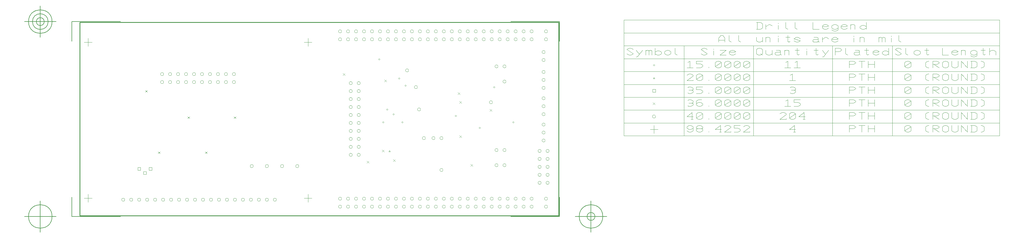
<source format=gbr>
G04 Generated by Ultiboard 13.0 *
%FSLAX24Y24*%
%MOIN*%

%ADD10C,0.0001*%
%ADD11C,0.0039*%
%ADD12C,0.0004*%
%ADD13C,0.0100*%
%ADD14C,0.0050*%


G04 ColorRGB 000000 for the following layer *
%LNDrill Symbols-Copper Top-Copper Bottom*%
%LPD*%
G54D11*
X-28100Y-17192D02*
X-28100Y-16208D01*
X-28592Y-16700D02*
X-27608Y-16700D01*
X-541Y-17192D02*
X-541Y-16208D01*
X-1033Y-16700D02*
X-49Y-16700D01*
X-28100Y2375D02*
X-28100Y3359D01*
X-28592Y2867D02*
X-27608Y2867D01*
X-541Y2375D02*
X-541Y3359D01*
X-1033Y2867D02*
X-49Y2867D01*
X-15891Y-16897D02*
G75*
D01*
G02X-15891Y-16897I200J0*
G01*
X-14891Y-16897D02*
G75*
D01*
G02X-14891Y-16897I200J0*
G01*
X-13891Y-16897D02*
G75*
D01*
G02X-13891Y-16897I200J0*
G01*
X-12891Y-16897D02*
G75*
D01*
G02X-12891Y-16897I200J0*
G01*
X-11891Y-16897D02*
G75*
D01*
G02X-11891Y-16897I200J0*
G01*
X-10891Y-16897D02*
G75*
D01*
G02X-10891Y-16897I200J0*
G01*
X-9891Y-16897D02*
G75*
D01*
G02X-9891Y-16897I200J0*
G01*
X-8891Y-16897D02*
G75*
D01*
G02X-8891Y-16897I200J0*
G01*
X-7891Y-16897D02*
G75*
D01*
G02X-7891Y-16897I200J0*
G01*
X-6891Y-16897D02*
G75*
D01*
G02X-6891Y-16897I200J0*
G01*
X-5891Y-16897D02*
G75*
D01*
G02X-5891Y-16897I200J0*
G01*
X-4891Y-16897D02*
G75*
D01*
G02X-4891Y-16897I200J0*
G01*
X-22891Y-16897D02*
G75*
D01*
G02X-22891Y-16897I200J0*
G01*
X-16891Y-16897D02*
G75*
D01*
G02X-16891Y-16897I200J0*
G01*
X-23891Y-16897D02*
G75*
D01*
G02X-23891Y-16897I200J0*
G01*
X-19891Y-16897D02*
G75*
D01*
G02X-19891Y-16897I200J0*
G01*
X-21891Y-16897D02*
G75*
D01*
G02X-21891Y-16897I200J0*
G01*
X-20891Y-16897D02*
G75*
D01*
G02X-20891Y-16897I200J0*
G01*
X-17891Y-16897D02*
G75*
D01*
G02X-17891Y-16897I200J0*
G01*
X-18891Y-16897D02*
G75*
D01*
G02X-18891Y-16897I200J0*
G01*
X-7784Y-12681D02*
G75*
D01*
G02X-7784Y-12681I200J0*
G01*
X-5884Y-12681D02*
G75*
D01*
G02X-5884Y-12681I200J0*
G01*
X-3984Y-12681D02*
G75*
D01*
G02X-3984Y-12681I200J0*
G01*
X-2084Y-12681D02*
G75*
D01*
G02X-2084Y-12681I200J0*
G01*
X-16021Y-2138D02*
G75*
D01*
G02X-16021Y-2138I200J0*
G01*
X-15021Y-2138D02*
G75*
D01*
G02X-15021Y-2138I200J0*
G01*
X-14021Y-2138D02*
G75*
D01*
G02X-14021Y-2138I200J0*
G01*
X-13021Y-2138D02*
G75*
D01*
G02X-13021Y-2138I200J0*
G01*
X-12021Y-2138D02*
G75*
D01*
G02X-12021Y-2138I200J0*
G01*
X-11021Y-2138D02*
G75*
D01*
G02X-11021Y-2138I200J0*
G01*
X-10021Y-2138D02*
G75*
D01*
G02X-10021Y-2138I200J0*
G01*
X-18021Y-2138D02*
G75*
D01*
G02X-18021Y-2138I200J0*
G01*
X-10021Y-1138D02*
G75*
D01*
G02X-10021Y-1138I200J0*
G01*
X-13021Y-1138D02*
G75*
D01*
G02X-13021Y-1138I200J0*
G01*
X-12021Y-1138D02*
G75*
D01*
G02X-12021Y-1138I200J0*
G01*
X-11021Y-1138D02*
G75*
D01*
G02X-11021Y-1138I200J0*
G01*
X-15021Y-1138D02*
G75*
D01*
G02X-15021Y-1138I200J0*
G01*
X-14021Y-1138D02*
G75*
D01*
G02X-14021Y-1138I200J0*
G01*
X-16021Y-1138D02*
G75*
D01*
G02X-16021Y-1138I200J0*
G01*
X-18021Y-1138D02*
G75*
D01*
G02X-18021Y-1138I200J0*
G01*
X-17021Y-1138D02*
G75*
D01*
G02X-17021Y-1138I200J0*
G01*
X-19021Y-1138D02*
G75*
D01*
G02X-19021Y-1138I200J0*
G01*
X-17021Y-2138D02*
G75*
D01*
G02X-17021Y-2138I200J0*
G01*
X-19021Y-2138D02*
G75*
D01*
G02X-19021Y-2138I200J0*
G01*
X3280Y-16767D02*
G75*
D01*
G02X3280Y-16767I200J0*
G01*
X3280Y-17767D02*
G75*
D01*
G02X3280Y-17767I200J0*
G01*
X4280Y-16767D02*
G75*
D01*
G02X4280Y-16767I200J0*
G01*
X4280Y-17767D02*
G75*
D01*
G02X4280Y-17767I200J0*
G01*
X5280Y-16767D02*
G75*
D01*
G02X5280Y-16767I200J0*
G01*
X5280Y-17767D02*
G75*
D01*
G02X5280Y-17767I200J0*
G01*
X6280Y-16767D02*
G75*
D01*
G02X6280Y-16767I200J0*
G01*
X6280Y-17767D02*
G75*
D01*
G02X6280Y-17767I200J0*
G01*
X7280Y-16767D02*
G75*
D01*
G02X7280Y-16767I200J0*
G01*
X7280Y-17767D02*
G75*
D01*
G02X7280Y-17767I200J0*
G01*
X12280Y-17767D02*
G75*
D01*
G02X12280Y-17767I200J0*
G01*
X12280Y-16767D02*
G75*
D01*
G02X12280Y-16767I200J0*
G01*
X9280Y-17767D02*
G75*
D01*
G02X9280Y-17767I200J0*
G01*
X8280Y-17767D02*
G75*
D01*
G02X8280Y-17767I200J0*
G01*
X10280Y-17767D02*
G75*
D01*
G02X10280Y-17767I200J0*
G01*
X11280Y-17767D02*
G75*
D01*
G02X11280Y-17767I200J0*
G01*
X9280Y-16767D02*
G75*
D01*
G02X9280Y-16767I200J0*
G01*
X8280Y-16767D02*
G75*
D01*
G02X8280Y-16767I200J0*
G01*
X11280Y-16767D02*
G75*
D01*
G02X11280Y-16767I200J0*
G01*
X10280Y-16767D02*
G75*
D01*
G02X10280Y-16767I200J0*
G01*
X25280Y-17767D02*
G75*
D01*
G02X25280Y-17767I200J0*
G01*
X25280Y-16767D02*
G75*
D01*
G02X25280Y-16767I200J0*
G01*
X19280Y-17767D02*
G75*
D01*
G02X19280Y-17767I200J0*
G01*
X19280Y-16767D02*
G75*
D01*
G02X19280Y-16767I200J0*
G01*
X18280Y-17767D02*
G75*
D01*
G02X18280Y-17767I200J0*
G01*
X15280Y-17767D02*
G75*
D01*
G02X15280Y-17767I200J0*
G01*
X13280Y-17767D02*
G75*
D01*
G02X13280Y-17767I200J0*
G01*
X14280Y-17767D02*
G75*
D01*
G02X14280Y-17767I200J0*
G01*
X17280Y-17767D02*
G75*
D01*
G02X17280Y-17767I200J0*
G01*
X16280Y-17767D02*
G75*
D01*
G02X16280Y-17767I200J0*
G01*
X14280Y-16767D02*
G75*
D01*
G02X14280Y-16767I200J0*
G01*
X13280Y-16767D02*
G75*
D01*
G02X13280Y-16767I200J0*
G01*
X15280Y-16767D02*
G75*
D01*
G02X15280Y-16767I200J0*
G01*
X17280Y-16767D02*
G75*
D01*
G02X17280Y-16767I200J0*
G01*
X16280Y-16767D02*
G75*
D01*
G02X16280Y-16767I200J0*
G01*
X18280Y-16767D02*
G75*
D01*
G02X18280Y-16767I200J0*
G01*
X21280Y-17767D02*
G75*
D01*
G02X21280Y-17767I200J0*
G01*
X20280Y-17767D02*
G75*
D01*
G02X20280Y-17767I200J0*
G01*
X23280Y-17767D02*
G75*
D01*
G02X23280Y-17767I200J0*
G01*
X22280Y-17767D02*
G75*
D01*
G02X22280Y-17767I200J0*
G01*
X24280Y-17767D02*
G75*
D01*
G02X24280Y-17767I200J0*
G01*
X22280Y-16767D02*
G75*
D01*
G02X22280Y-16767I200J0*
G01*
X20280Y-16767D02*
G75*
D01*
G02X20280Y-16767I200J0*
G01*
X21280Y-16767D02*
G75*
D01*
G02X21280Y-16767I200J0*
G01*
X23280Y-16767D02*
G75*
D01*
G02X23280Y-16767I200J0*
G01*
X24280Y-16767D02*
G75*
D01*
G02X24280Y-16767I200J0*
G01*
X26280Y-17767D02*
G75*
D01*
G02X26280Y-17767I200J0*
G01*
X27280Y-17767D02*
G75*
D01*
G02X27280Y-17767I200J0*
G01*
X26280Y-16767D02*
G75*
D01*
G02X26280Y-16767I200J0*
G01*
X27280Y-16767D02*
G75*
D01*
G02X27280Y-16767I200J0*
G01*
X29080Y-16767D02*
G75*
D01*
G02X29080Y-16767I200J0*
G01*
X29080Y-17767D02*
G75*
D01*
G02X29080Y-17767I200J0*
G01*
X5620Y-11267D02*
G75*
D01*
G02X5620Y-11267I200J0*
G01*
X5620Y-8267D02*
G75*
D01*
G02X5620Y-8267I200J0*
G01*
X5620Y-9267D02*
G75*
D01*
G02X5620Y-9267I200J0*
G01*
X5620Y-10267D02*
G75*
D01*
G02X5620Y-10267I200J0*
G01*
X5620Y-6267D02*
G75*
D01*
G02X5620Y-6267I200J0*
G01*
X5620Y-7267D02*
G75*
D01*
G02X5620Y-7267I200J0*
G01*
X5620Y-5267D02*
G75*
D01*
G02X5620Y-5267I200J0*
G01*
X4620Y-11267D02*
G75*
D01*
G02X4620Y-11267I200J0*
G01*
X4620Y-8267D02*
G75*
D01*
G02X4620Y-8267I200J0*
G01*
X4620Y-9267D02*
G75*
D01*
G02X4620Y-9267I200J0*
G01*
X4620Y-10267D02*
G75*
D01*
G02X4620Y-10267I200J0*
G01*
X4620Y-6267D02*
G75*
D01*
G02X4620Y-6267I200J0*
G01*
X4620Y-7267D02*
G75*
D01*
G02X4620Y-7267I200J0*
G01*
X4620Y-5267D02*
G75*
D01*
G02X4620Y-5267I200J0*
G01*
X5620Y-3267D02*
G75*
D01*
G02X5620Y-3267I200J0*
G01*
X5620Y-4267D02*
G75*
D01*
G02X5620Y-4267I200J0*
G01*
X5620Y-2267D02*
G75*
D01*
G02X5620Y-2267I200J0*
G01*
X4620Y-3267D02*
G75*
D01*
G02X4620Y-3267I200J0*
G01*
X4620Y-4267D02*
G75*
D01*
G02X4620Y-4267I200J0*
G01*
X4620Y-2267D02*
G75*
D01*
G02X4620Y-2267I200J0*
G01*
X12280Y3233D02*
G75*
D01*
G02X12280Y3233I200J0*
G01*
X12280Y4233D02*
G75*
D01*
G02X12280Y4233I200J0*
G01*
X6280Y3233D02*
G75*
D01*
G02X6280Y3233I200J0*
G01*
X6280Y4233D02*
G75*
D01*
G02X6280Y4233I200J0*
G01*
X4280Y3233D02*
G75*
D01*
G02X4280Y3233I200J0*
G01*
X3280Y3233D02*
G75*
D01*
G02X3280Y3233I200J0*
G01*
X5280Y3233D02*
G75*
D01*
G02X5280Y3233I200J0*
G01*
X3280Y4233D02*
G75*
D01*
G02X3280Y4233I200J0*
G01*
X4280Y4233D02*
G75*
D01*
G02X4280Y4233I200J0*
G01*
X5280Y4233D02*
G75*
D01*
G02X5280Y4233I200J0*
G01*
X9280Y3233D02*
G75*
D01*
G02X9280Y3233I200J0*
G01*
X7280Y3233D02*
G75*
D01*
G02X7280Y3233I200J0*
G01*
X8280Y3233D02*
G75*
D01*
G02X8280Y3233I200J0*
G01*
X10280Y3233D02*
G75*
D01*
G02X10280Y3233I200J0*
G01*
X11280Y3233D02*
G75*
D01*
G02X11280Y3233I200J0*
G01*
X9280Y4233D02*
G75*
D01*
G02X9280Y4233I200J0*
G01*
X8280Y4233D02*
G75*
D01*
G02X8280Y4233I200J0*
G01*
X7280Y4233D02*
G75*
D01*
G02X7280Y4233I200J0*
G01*
X11280Y4233D02*
G75*
D01*
G02X11280Y4233I200J0*
G01*
X10280Y4233D02*
G75*
D01*
G02X10280Y4233I200J0*
G01*
X25280Y3233D02*
G75*
D01*
G02X25280Y3233I200J0*
G01*
X25280Y4233D02*
G75*
D01*
G02X25280Y4233I200J0*
G01*
X19280Y3233D02*
G75*
D01*
G02X19280Y3233I200J0*
G01*
X19280Y4233D02*
G75*
D01*
G02X19280Y4233I200J0*
G01*
X18280Y3233D02*
G75*
D01*
G02X18280Y3233I200J0*
G01*
X15280Y3233D02*
G75*
D01*
G02X15280Y3233I200J0*
G01*
X13280Y3233D02*
G75*
D01*
G02X13280Y3233I200J0*
G01*
X14280Y3233D02*
G75*
D01*
G02X14280Y3233I200J0*
G01*
X17280Y3233D02*
G75*
D01*
G02X17280Y3233I200J0*
G01*
X16280Y3233D02*
G75*
D01*
G02X16280Y3233I200J0*
G01*
X14280Y4233D02*
G75*
D01*
G02X14280Y4233I200J0*
G01*
X13280Y4233D02*
G75*
D01*
G02X13280Y4233I200J0*
G01*
X15280Y4233D02*
G75*
D01*
G02X15280Y4233I200J0*
G01*
X17280Y4233D02*
G75*
D01*
G02X17280Y4233I200J0*
G01*
X16280Y4233D02*
G75*
D01*
G02X16280Y4233I200J0*
G01*
X18280Y4233D02*
G75*
D01*
G02X18280Y4233I200J0*
G01*
X21280Y3233D02*
G75*
D01*
G02X21280Y3233I200J0*
G01*
X20280Y3233D02*
G75*
D01*
G02X20280Y3233I200J0*
G01*
X23280Y3233D02*
G75*
D01*
G02X23280Y3233I200J0*
G01*
X22280Y3233D02*
G75*
D01*
G02X22280Y3233I200J0*
G01*
X24280Y3233D02*
G75*
D01*
G02X24280Y3233I200J0*
G01*
X22280Y4233D02*
G75*
D01*
G02X22280Y4233I200J0*
G01*
X20280Y4233D02*
G75*
D01*
G02X20280Y4233I200J0*
G01*
X21280Y4233D02*
G75*
D01*
G02X21280Y4233I200J0*
G01*
X23280Y4233D02*
G75*
D01*
G02X23280Y4233I200J0*
G01*
X24280Y4233D02*
G75*
D01*
G02X24280Y4233I200J0*
G01*
X26280Y3233D02*
G75*
D01*
G02X26280Y3233I200J0*
G01*
X27280Y3233D02*
G75*
D01*
G02X27280Y3233I200J0*
G01*
X26280Y4233D02*
G75*
D01*
G02X26280Y4233I200J0*
G01*
X27280Y4233D02*
G75*
D01*
G02X27280Y4233I200J0*
G01*
X29080Y3233D02*
G75*
D01*
G02X29080Y3233I200J0*
G01*
X29080Y4233D02*
G75*
D01*
G02X29080Y4233I200J0*
G01*
X28780Y633D02*
G75*
D01*
G02X28780Y633I200J0*
G01*
X28780Y1633D02*
G75*
D01*
G02X28780Y1633I200J0*
G01*
X13780Y-9167D02*
G75*
D01*
G02X13780Y-9167I200J0*
G01*
X13180Y-5567D02*
G75*
D01*
G02X13180Y-5567I200J0*
G01*
X22180Y-4667D02*
G75*
D01*
G02X22180Y-4667I200J0*
G01*
X22880Y-10667D02*
G75*
D01*
G02X22880Y-10667I200J0*
G01*
X23880Y-10667D02*
G75*
D01*
G02X23880Y-10667I200J0*
G01*
X28280Y-12777D02*
G75*
D01*
G02X28280Y-12777I200J0*
G01*
X29280Y-12777D02*
G75*
D01*
G02X29280Y-12777I200J0*
G01*
X28280Y-14777D02*
G75*
D01*
G02X28280Y-14777I200J0*
G01*
X29280Y-14777D02*
G75*
D01*
G02X29280Y-14777I200J0*
G01*
X28280Y-13777D02*
G75*
D01*
G02X28280Y-13777I200J0*
G01*
X29280Y-13777D02*
G75*
D01*
G02X29280Y-13777I200J0*
G01*
X29280Y-10777D02*
G75*
D01*
G02X29280Y-10777I200J0*
G01*
X28280Y-10777D02*
G75*
D01*
G02X28280Y-10777I200J0*
G01*
X28280Y-11777D02*
G75*
D01*
G02X28280Y-11777I200J0*
G01*
X29280Y-11777D02*
G75*
D01*
G02X29280Y-11777I200J0*
G01*
X11680Y-667D02*
G75*
D01*
G02X11680Y-667I200J0*
G01*
X12780Y-2767D02*
G75*
D01*
G02X12780Y-2767I200J0*
G01*
X15980Y-9167D02*
G75*
D01*
G02X15980Y-9167I200J0*
G01*
X14980Y-9167D02*
G75*
D01*
G02X14980Y-9167I200J0*
G01*
X15980Y-13167D02*
G75*
D01*
G02X15980Y-13167I200J0*
G01*
X23880Y-167D02*
G75*
D01*
G02X23880Y-167I200J0*
G01*
X22880Y-167D02*
G75*
D01*
G02X22880Y-167I200J0*
G01*
X23880Y-12567D02*
G75*
D01*
G02X23880Y-12567I200J0*
G01*
X22880Y-12567D02*
G75*
D01*
G02X22880Y-12567I200J0*
G01*
X23880Y-2067D02*
G75*
D01*
G02X23880Y-2067I200J0*
G01*
X28780Y-2867D02*
G75*
D01*
G02X28780Y-2867I200J0*
G01*
X28780Y-1867D02*
G75*
D01*
G02X28780Y-1867I200J0*
G01*
X28780Y-867D02*
G75*
D01*
G02X28780Y-867I200J0*
G01*
X28780Y-6167D02*
G75*
D01*
G02X28780Y-6167I200J0*
G01*
X28780Y-5167D02*
G75*
D01*
G02X28780Y-5167I200J0*
G01*
X28780Y-4167D02*
G75*
D01*
G02X28780Y-4167I200J0*
G01*
X28780Y-9467D02*
G75*
D01*
G02X28780Y-9467I200J0*
G01*
X28780Y-8467D02*
G75*
D01*
G02X28780Y-8467I200J0*
G01*
X28780Y-7467D02*
G75*
D01*
G02X28780Y-7467I200J0*
G01*
X46924Y-8238D02*
X47187Y-8407D01*
X47449Y-8407D01*
X47712Y-8238D01*
X47712Y-7901D01*
X47712Y-7732D01*
X47449Y-7563D01*
X47187Y-7563D01*
X46924Y-7732D01*
X46924Y-7901D01*
X47187Y-8069D01*
X47449Y-8069D01*
X47712Y-7901D01*
X48630Y-8407D02*
X48368Y-8407D01*
X48105Y-8238D01*
X48105Y-8069D01*
X48236Y-7985D01*
X48105Y-7901D01*
X48105Y-7732D01*
X48368Y-7563D01*
X48630Y-7563D01*
X48893Y-7732D01*
X48893Y-7901D01*
X48761Y-7985D01*
X48893Y-8069D01*
X48893Y-8238D01*
X48630Y-8407D01*
X48236Y-7985D02*
X48761Y-7985D01*
X49680Y-8407D02*
X49680Y-8322D01*
X51255Y-8069D02*
X50467Y-8069D01*
X51124Y-7563D01*
X51124Y-8407D01*
X50992Y-8407D02*
X51255Y-8407D01*
X51649Y-7732D02*
X51911Y-7563D01*
X52174Y-7563D01*
X52436Y-7732D01*
X52436Y-7816D01*
X51649Y-8407D01*
X52436Y-8407D01*
X52436Y-8322D01*
X53617Y-7563D02*
X52830Y-7563D01*
X52830Y-7901D01*
X53355Y-7901D01*
X53617Y-8069D01*
X53617Y-8238D01*
X53355Y-8407D01*
X52830Y-8407D01*
X54011Y-7732D02*
X54273Y-7563D01*
X54536Y-7563D01*
X54798Y-7732D01*
X54798Y-7816D01*
X54011Y-8407D01*
X54798Y-8407D01*
X54798Y-8322D01*
X60546Y-8069D02*
X59759Y-8069D01*
X60415Y-7563D01*
X60415Y-8407D01*
X60284Y-8407D02*
X60546Y-8407D01*
X67278Y-8407D02*
X67278Y-7563D01*
X67803Y-7563D01*
X68066Y-7732D01*
X68066Y-7816D01*
X67803Y-7985D01*
X67278Y-7985D01*
X68853Y-8407D02*
X68853Y-7563D01*
X68460Y-7563D02*
X69247Y-7563D01*
X69641Y-8407D02*
X69641Y-7563D01*
X70428Y-8407D02*
X70428Y-7563D01*
X69641Y-7985D02*
X70428Y-7985D01*
X74208Y-7732D02*
X74470Y-7563D01*
X74733Y-7563D01*
X74995Y-7732D01*
X74995Y-8238D01*
X74733Y-8407D01*
X74470Y-8407D01*
X74208Y-8238D01*
X74208Y-7732D01*
X74995Y-7732D02*
X74208Y-8238D01*
X77226Y-8407D02*
X77095Y-8407D01*
X76832Y-8238D01*
X76832Y-7732D01*
X77095Y-7563D01*
X77226Y-7563D01*
X77751Y-8407D02*
X77751Y-7563D01*
X78276Y-7563D01*
X78538Y-7732D01*
X78538Y-7816D01*
X78276Y-7985D01*
X77751Y-7985D01*
X77882Y-7985D02*
X78538Y-8407D01*
X78932Y-8238D02*
X79195Y-8407D01*
X79457Y-8407D01*
X79719Y-8238D01*
X79719Y-7732D01*
X79457Y-7563D01*
X79195Y-7563D01*
X78932Y-7732D01*
X78932Y-8238D01*
X80113Y-7563D02*
X80113Y-8238D01*
X80376Y-8407D01*
X80638Y-8407D01*
X80901Y-8238D01*
X80901Y-7563D01*
X81294Y-8407D02*
X81294Y-7563D01*
X82082Y-8407D01*
X82082Y-7563D01*
X82475Y-8407D02*
X83000Y-8407D01*
X83263Y-8238D01*
X83263Y-7732D01*
X83000Y-7563D01*
X82475Y-7563D01*
X82607Y-7563D02*
X82607Y-8407D01*
X83788Y-7563D02*
X83919Y-7563D01*
X84181Y-7732D01*
X84181Y-8238D01*
X83919Y-8407D01*
X83788Y-8407D01*
X42817Y-8561D02*
X42817Y-7577D01*
X42324Y-8069D02*
X43309Y-8069D01*
X42617Y-6455D02*
G75*
D01*
G02X42617Y-6455I200J0*
G01*
X47712Y-6455D02*
X46924Y-6455D01*
X47580Y-5949D01*
X47580Y-6793D01*
X47449Y-6793D02*
X47712Y-6793D01*
X48105Y-6118D02*
X48368Y-5949D01*
X48630Y-5949D01*
X48893Y-6118D01*
X48893Y-6624D01*
X48630Y-6793D01*
X48368Y-6793D01*
X48105Y-6624D01*
X48105Y-6118D01*
X48893Y-6118D02*
X48105Y-6624D01*
X49680Y-6793D02*
X49680Y-6708D01*
X50467Y-6118D02*
X50730Y-5949D01*
X50992Y-5949D01*
X51255Y-6118D01*
X51255Y-6624D01*
X50992Y-6793D01*
X50730Y-6793D01*
X50467Y-6624D01*
X50467Y-6118D01*
X51255Y-6118D02*
X50467Y-6624D01*
X51649Y-6118D02*
X51911Y-5949D01*
X52174Y-5949D01*
X52436Y-6118D01*
X52436Y-6624D01*
X52174Y-6793D01*
X51911Y-6793D01*
X51649Y-6624D01*
X51649Y-6118D01*
X52436Y-6118D02*
X51649Y-6624D01*
X52830Y-6118D02*
X53092Y-5949D01*
X53355Y-5949D01*
X53617Y-6118D01*
X53617Y-6624D01*
X53355Y-6793D01*
X53092Y-6793D01*
X52830Y-6624D01*
X52830Y-6118D01*
X53617Y-6118D02*
X52830Y-6624D01*
X54011Y-6118D02*
X54273Y-5949D01*
X54536Y-5949D01*
X54798Y-6118D01*
X54798Y-6624D01*
X54536Y-6793D01*
X54273Y-6793D01*
X54011Y-6624D01*
X54011Y-6118D01*
X54798Y-6118D02*
X54011Y-6624D01*
X58578Y-6118D02*
X58840Y-5949D01*
X59103Y-5949D01*
X59365Y-6118D01*
X59365Y-6202D01*
X58578Y-6793D01*
X59365Y-6793D01*
X59365Y-6708D01*
X59759Y-6118D02*
X60021Y-5949D01*
X60284Y-5949D01*
X60546Y-6118D01*
X60546Y-6624D01*
X60284Y-6793D01*
X60021Y-6793D01*
X59759Y-6624D01*
X59759Y-6118D01*
X60546Y-6118D02*
X59759Y-6624D01*
X61727Y-6455D02*
X60940Y-6455D01*
X61596Y-5949D01*
X61596Y-6793D01*
X61465Y-6793D02*
X61727Y-6793D01*
X67278Y-6793D02*
X67278Y-5949D01*
X67803Y-5949D01*
X68066Y-6118D01*
X68066Y-6202D01*
X67803Y-6371D01*
X67278Y-6371D01*
X68853Y-6793D02*
X68853Y-5949D01*
X68460Y-5949D02*
X69247Y-5949D01*
X69641Y-6793D02*
X69641Y-5949D01*
X70428Y-6793D02*
X70428Y-5949D01*
X69641Y-6371D02*
X70428Y-6371D01*
X74208Y-6118D02*
X74470Y-5949D01*
X74733Y-5949D01*
X74995Y-6118D01*
X74995Y-6624D01*
X74733Y-6793D01*
X74470Y-6793D01*
X74208Y-6624D01*
X74208Y-6118D01*
X74995Y-6118D02*
X74208Y-6624D01*
X77226Y-6793D02*
X77095Y-6793D01*
X76832Y-6624D01*
X76832Y-6118D01*
X77095Y-5949D01*
X77226Y-5949D01*
X77751Y-6793D02*
X77751Y-5949D01*
X78276Y-5949D01*
X78538Y-6118D01*
X78538Y-6202D01*
X78276Y-6371D01*
X77751Y-6371D01*
X77882Y-6371D02*
X78538Y-6793D01*
X78932Y-6624D02*
X79195Y-6793D01*
X79457Y-6793D01*
X79719Y-6624D01*
X79719Y-6118D01*
X79457Y-5949D01*
X79195Y-5949D01*
X78932Y-6118D01*
X78932Y-6624D01*
X80113Y-5949D02*
X80113Y-6624D01*
X80376Y-6793D01*
X80638Y-6793D01*
X80901Y-6624D01*
X80901Y-5949D01*
X81294Y-6793D02*
X81294Y-5949D01*
X82082Y-6793D01*
X82082Y-5949D01*
X82475Y-6793D02*
X83000Y-6793D01*
X83263Y-6624D01*
X83263Y-6118D01*
X83000Y-5949D01*
X82475Y-5949D01*
X82607Y-5949D02*
X82607Y-6793D01*
X83788Y-5949D02*
X83919Y-5949D01*
X84181Y-6118D01*
X84181Y-6624D01*
X83919Y-6793D01*
X83788Y-6793D01*
X47055Y-4419D02*
X47187Y-4335D01*
X47449Y-4335D01*
X47712Y-4503D01*
X47712Y-4672D01*
X47580Y-4757D01*
X47712Y-4841D01*
X47712Y-5010D01*
X47449Y-5178D01*
X47187Y-5178D01*
X47055Y-5094D01*
X47187Y-4757D02*
X47580Y-4757D01*
X48761Y-4335D02*
X48368Y-4335D01*
X48105Y-4503D01*
X48105Y-4841D01*
X48105Y-5010D01*
X48368Y-5178D01*
X48630Y-5178D01*
X48893Y-5010D01*
X48893Y-4841D01*
X48630Y-4672D01*
X48368Y-4672D01*
X48105Y-4841D01*
X49680Y-5178D02*
X49680Y-5094D01*
X50467Y-4503D02*
X50730Y-4335D01*
X50992Y-4335D01*
X51255Y-4503D01*
X51255Y-5010D01*
X50992Y-5178D01*
X50730Y-5178D01*
X50467Y-5010D01*
X50467Y-4503D01*
X51255Y-4503D02*
X50467Y-5010D01*
X51649Y-4503D02*
X51911Y-4335D01*
X52174Y-4335D01*
X52436Y-4503D01*
X52436Y-5010D01*
X52174Y-5178D01*
X51911Y-5178D01*
X51649Y-5010D01*
X51649Y-4503D01*
X52436Y-4503D02*
X51649Y-5010D01*
X52830Y-4503D02*
X53092Y-4335D01*
X53355Y-4335D01*
X53617Y-4503D01*
X53617Y-5010D01*
X53355Y-5178D01*
X53092Y-5178D01*
X52830Y-5010D01*
X52830Y-4503D01*
X53617Y-4503D02*
X52830Y-5010D01*
X54011Y-4503D02*
X54273Y-4335D01*
X54536Y-4335D01*
X54798Y-4503D01*
X54798Y-5010D01*
X54536Y-5178D01*
X54273Y-5178D01*
X54011Y-5010D01*
X54011Y-4503D01*
X54798Y-4503D02*
X54011Y-5010D01*
X59299Y-4503D02*
X59562Y-4335D01*
X59562Y-5178D01*
X59168Y-5178D02*
X59956Y-5178D01*
X61137Y-4335D02*
X60349Y-4335D01*
X60349Y-4672D01*
X60874Y-4672D01*
X61137Y-4841D01*
X61137Y-5010D01*
X60874Y-5178D01*
X60349Y-5178D01*
X67278Y-5178D02*
X67278Y-4335D01*
X67803Y-4335D01*
X68066Y-4503D01*
X68066Y-4588D01*
X67803Y-4757D01*
X67278Y-4757D01*
X68853Y-5178D02*
X68853Y-4335D01*
X68460Y-4335D02*
X69247Y-4335D01*
X69641Y-5178D02*
X69641Y-4335D01*
X70428Y-5178D02*
X70428Y-4335D01*
X69641Y-4757D02*
X70428Y-4757D01*
X74208Y-4503D02*
X74470Y-4335D01*
X74733Y-4335D01*
X74995Y-4503D01*
X74995Y-5010D01*
X74733Y-5178D01*
X74470Y-5178D01*
X74208Y-5010D01*
X74208Y-4503D01*
X74995Y-4503D02*
X74208Y-5010D01*
X77226Y-5178D02*
X77095Y-5178D01*
X76832Y-5010D01*
X76832Y-4503D01*
X77095Y-4335D01*
X77226Y-4335D01*
X77751Y-5178D02*
X77751Y-4335D01*
X78276Y-4335D01*
X78538Y-4503D01*
X78538Y-4588D01*
X78276Y-4757D01*
X77751Y-4757D01*
X77882Y-4757D02*
X78538Y-5178D01*
X78932Y-5010D02*
X79195Y-5178D01*
X79457Y-5178D01*
X79719Y-5010D01*
X79719Y-4503D01*
X79457Y-4335D01*
X79195Y-4335D01*
X78932Y-4503D01*
X78932Y-5010D01*
X80113Y-4335D02*
X80113Y-5010D01*
X80376Y-5178D01*
X80638Y-5178D01*
X80901Y-5010D01*
X80901Y-4335D01*
X81294Y-5178D02*
X81294Y-4335D01*
X82082Y-5178D01*
X82082Y-4335D01*
X82475Y-5178D02*
X83000Y-5178D01*
X83263Y-5010D01*
X83263Y-4503D01*
X83000Y-4335D01*
X82475Y-4335D01*
X82607Y-4335D02*
X82607Y-5178D01*
X83788Y-4335D02*
X83919Y-4335D01*
X84181Y-4503D01*
X84181Y-5010D01*
X83919Y-5178D01*
X83788Y-5178D01*
X47055Y-2805D02*
X47187Y-2721D01*
X47449Y-2721D01*
X47712Y-2889D01*
X47712Y-3058D01*
X47580Y-3142D01*
X47712Y-3227D01*
X47712Y-3396D01*
X47449Y-3564D01*
X47187Y-3564D01*
X47055Y-3480D01*
X47187Y-3142D02*
X47580Y-3142D01*
X48893Y-2721D02*
X48105Y-2721D01*
X48105Y-3058D01*
X48630Y-3058D01*
X48893Y-3227D01*
X48893Y-3396D01*
X48630Y-3564D01*
X48105Y-3564D01*
X49680Y-3564D02*
X49680Y-3480D01*
X50467Y-2889D02*
X50730Y-2721D01*
X50992Y-2721D01*
X51255Y-2889D01*
X51255Y-3396D01*
X50992Y-3564D01*
X50730Y-3564D01*
X50467Y-3396D01*
X50467Y-2889D01*
X51255Y-2889D02*
X50467Y-3396D01*
X51649Y-2889D02*
X51911Y-2721D01*
X52174Y-2721D01*
X52436Y-2889D01*
X52436Y-3396D01*
X52174Y-3564D01*
X51911Y-3564D01*
X51649Y-3396D01*
X51649Y-2889D01*
X52436Y-2889D02*
X51649Y-3396D01*
X52830Y-2889D02*
X53092Y-2721D01*
X53355Y-2721D01*
X53617Y-2889D01*
X53617Y-3396D01*
X53355Y-3564D01*
X53092Y-3564D01*
X52830Y-3396D01*
X52830Y-2889D01*
X53617Y-2889D02*
X52830Y-3396D01*
X54011Y-2889D02*
X54273Y-2721D01*
X54536Y-2721D01*
X54798Y-2889D01*
X54798Y-3396D01*
X54536Y-3564D01*
X54273Y-3564D01*
X54011Y-3396D01*
X54011Y-2889D01*
X54798Y-2889D02*
X54011Y-3396D01*
X59890Y-2805D02*
X60021Y-2721D01*
X60284Y-2721D01*
X60546Y-2889D01*
X60546Y-3058D01*
X60415Y-3142D01*
X60546Y-3227D01*
X60546Y-3396D01*
X60284Y-3564D01*
X60021Y-3564D01*
X59890Y-3480D01*
X60021Y-3142D02*
X60415Y-3142D01*
X67278Y-3564D02*
X67278Y-2721D01*
X67803Y-2721D01*
X68066Y-2889D01*
X68066Y-2974D01*
X67803Y-3142D01*
X67278Y-3142D01*
X68853Y-3564D02*
X68853Y-2721D01*
X68460Y-2721D02*
X69247Y-2721D01*
X69641Y-3564D02*
X69641Y-2721D01*
X70428Y-3564D02*
X70428Y-2721D01*
X69641Y-3142D02*
X70428Y-3142D01*
X74208Y-2889D02*
X74470Y-2721D01*
X74733Y-2721D01*
X74995Y-2889D01*
X74995Y-3396D01*
X74733Y-3564D01*
X74470Y-3564D01*
X74208Y-3396D01*
X74208Y-2889D01*
X74995Y-2889D02*
X74208Y-3396D01*
X77226Y-3564D02*
X77095Y-3564D01*
X76832Y-3396D01*
X76832Y-2889D01*
X77095Y-2721D01*
X77226Y-2721D01*
X77751Y-3564D02*
X77751Y-2721D01*
X78276Y-2721D01*
X78538Y-2889D01*
X78538Y-2974D01*
X78276Y-3142D01*
X77751Y-3142D01*
X77882Y-3142D02*
X78538Y-3564D01*
X78932Y-3396D02*
X79195Y-3564D01*
X79457Y-3564D01*
X79719Y-3396D01*
X79719Y-2889D01*
X79457Y-2721D01*
X79195Y-2721D01*
X78932Y-2889D01*
X78932Y-3396D01*
X80113Y-2721D02*
X80113Y-3396D01*
X80376Y-3564D01*
X80638Y-3564D01*
X80901Y-3396D01*
X80901Y-2721D01*
X81294Y-3564D02*
X81294Y-2721D01*
X82082Y-3564D01*
X82082Y-2721D01*
X82475Y-3564D02*
X83000Y-3564D01*
X83263Y-3396D01*
X83263Y-2889D01*
X83000Y-2721D01*
X82475Y-2721D01*
X82607Y-2721D02*
X82607Y-3564D01*
X83788Y-2721D02*
X83919Y-2721D01*
X84181Y-2889D01*
X84181Y-3396D01*
X83919Y-3564D01*
X83788Y-3564D01*
X46924Y-1275D02*
X47187Y-1106D01*
X47449Y-1106D01*
X47712Y-1275D01*
X47712Y-1360D01*
X46924Y-1950D01*
X47712Y-1950D01*
X47712Y-1866D01*
X48105Y-1275D02*
X48368Y-1106D01*
X48630Y-1106D01*
X48893Y-1275D01*
X48893Y-1781D01*
X48630Y-1950D01*
X48368Y-1950D01*
X48105Y-1781D01*
X48105Y-1275D01*
X48893Y-1275D02*
X48105Y-1781D01*
X49680Y-1950D02*
X49680Y-1866D01*
X50467Y-1275D02*
X50730Y-1106D01*
X50992Y-1106D01*
X51255Y-1275D01*
X51255Y-1781D01*
X50992Y-1950D01*
X50730Y-1950D01*
X50467Y-1781D01*
X50467Y-1275D01*
X51255Y-1275D02*
X50467Y-1781D01*
X51649Y-1275D02*
X51911Y-1106D01*
X52174Y-1106D01*
X52436Y-1275D01*
X52436Y-1781D01*
X52174Y-1950D01*
X51911Y-1950D01*
X51649Y-1781D01*
X51649Y-1275D01*
X52436Y-1275D02*
X51649Y-1781D01*
X52830Y-1275D02*
X53092Y-1106D01*
X53355Y-1106D01*
X53617Y-1275D01*
X53617Y-1781D01*
X53355Y-1950D01*
X53092Y-1950D01*
X52830Y-1781D01*
X52830Y-1275D01*
X53617Y-1275D02*
X52830Y-1781D01*
X54011Y-1275D02*
X54273Y-1106D01*
X54536Y-1106D01*
X54798Y-1275D01*
X54798Y-1781D01*
X54536Y-1950D01*
X54273Y-1950D01*
X54011Y-1781D01*
X54011Y-1275D01*
X54798Y-1275D02*
X54011Y-1781D01*
X59890Y-1275D02*
X60153Y-1106D01*
X60153Y-1950D01*
X59759Y-1950D02*
X60546Y-1950D01*
X67278Y-1950D02*
X67278Y-1106D01*
X67803Y-1106D01*
X68066Y-1275D01*
X68066Y-1360D01*
X67803Y-1528D01*
X67278Y-1528D01*
X68853Y-1950D02*
X68853Y-1106D01*
X68460Y-1106D02*
X69247Y-1106D01*
X69641Y-1950D02*
X69641Y-1106D01*
X70428Y-1950D02*
X70428Y-1106D01*
X69641Y-1528D02*
X70428Y-1528D01*
X74208Y-1275D02*
X74470Y-1106D01*
X74733Y-1106D01*
X74995Y-1275D01*
X74995Y-1781D01*
X74733Y-1950D01*
X74470Y-1950D01*
X74208Y-1781D01*
X74208Y-1275D01*
X74995Y-1275D02*
X74208Y-1781D01*
X77226Y-1950D02*
X77095Y-1950D01*
X76832Y-1781D01*
X76832Y-1275D01*
X77095Y-1106D01*
X77226Y-1106D01*
X77751Y-1950D02*
X77751Y-1106D01*
X78276Y-1106D01*
X78538Y-1275D01*
X78538Y-1360D01*
X78276Y-1528D01*
X77751Y-1528D01*
X77882Y-1528D02*
X78538Y-1950D01*
X78932Y-1781D02*
X79195Y-1950D01*
X79457Y-1950D01*
X79719Y-1781D01*
X79719Y-1275D01*
X79457Y-1106D01*
X79195Y-1106D01*
X78932Y-1275D01*
X78932Y-1781D01*
X80113Y-1106D02*
X80113Y-1781D01*
X80376Y-1950D01*
X80638Y-1950D01*
X80901Y-1781D01*
X80901Y-1106D01*
X81294Y-1950D02*
X81294Y-1106D01*
X82082Y-1950D01*
X82082Y-1106D01*
X82475Y-1950D02*
X83000Y-1950D01*
X83263Y-1781D01*
X83263Y-1275D01*
X83000Y-1106D01*
X82475Y-1106D01*
X82607Y-1106D02*
X82607Y-1950D01*
X83788Y-1106D02*
X83919Y-1106D01*
X84181Y-1275D01*
X84181Y-1781D01*
X83919Y-1950D01*
X83788Y-1950D01*
X47055Y339D02*
X47318Y508D01*
X47318Y-336D01*
X46924Y-336D02*
X47712Y-336D01*
X48893Y508D02*
X48105Y508D01*
X48105Y170D01*
X48630Y170D01*
X48893Y2D01*
X48893Y-167D01*
X48630Y-336D01*
X48105Y-336D01*
X49680Y-336D02*
X49680Y-252D01*
X50467Y339D02*
X50730Y508D01*
X50992Y508D01*
X51255Y339D01*
X51255Y-167D01*
X50992Y-336D01*
X50730Y-336D01*
X50467Y-167D01*
X50467Y339D01*
X51255Y339D02*
X50467Y-167D01*
X51649Y339D02*
X51911Y508D01*
X52174Y508D01*
X52436Y339D01*
X52436Y-167D01*
X52174Y-336D01*
X51911Y-336D01*
X51649Y-167D01*
X51649Y339D01*
X52436Y339D02*
X51649Y-167D01*
X52830Y339D02*
X53092Y508D01*
X53355Y508D01*
X53617Y339D01*
X53617Y-167D01*
X53355Y-336D01*
X53092Y-336D01*
X52830Y-167D01*
X52830Y339D01*
X53617Y339D02*
X52830Y-167D01*
X54011Y339D02*
X54273Y508D01*
X54536Y508D01*
X54798Y339D01*
X54798Y-167D01*
X54536Y-336D01*
X54273Y-336D01*
X54011Y-167D01*
X54011Y339D01*
X54798Y339D02*
X54011Y-167D01*
X59299Y339D02*
X59562Y508D01*
X59562Y-336D01*
X59168Y-336D02*
X59956Y-336D01*
X60481Y339D02*
X60743Y508D01*
X60743Y-336D01*
X60349Y-336D02*
X61137Y-336D01*
X67278Y-336D02*
X67278Y508D01*
X67803Y508D01*
X68066Y339D01*
X68066Y255D01*
X67803Y86D01*
X67278Y86D01*
X68853Y-336D02*
X68853Y508D01*
X68460Y508D02*
X69247Y508D01*
X69641Y-336D02*
X69641Y508D01*
X70428Y-336D02*
X70428Y508D01*
X69641Y86D02*
X70428Y86D01*
X74208Y339D02*
X74470Y508D01*
X74733Y508D01*
X74995Y339D01*
X74995Y-167D01*
X74733Y-336D01*
X74470Y-336D01*
X74208Y-167D01*
X74208Y339D01*
X74995Y339D02*
X74208Y-167D01*
X77226Y-336D02*
X77095Y-336D01*
X76832Y-167D01*
X76832Y339D01*
X77095Y508D01*
X77226Y508D01*
X77751Y-336D02*
X77751Y508D01*
X78276Y508D01*
X78538Y339D01*
X78538Y255D01*
X78276Y86D01*
X77751Y86D01*
X77882Y86D02*
X78538Y-336D01*
X78932Y-167D02*
X79195Y-336D01*
X79457Y-336D01*
X79719Y-167D01*
X79719Y339D01*
X79457Y508D01*
X79195Y508D01*
X78932Y339D01*
X78932Y-167D01*
X80113Y508D02*
X80113Y-167D01*
X80376Y-336D01*
X80638Y-336D01*
X80901Y-167D01*
X80901Y508D01*
X81294Y-336D02*
X81294Y508D01*
X82082Y-336D01*
X82082Y508D01*
X82475Y-336D02*
X83000Y-336D01*
X83263Y-167D01*
X83263Y339D01*
X83000Y508D01*
X82475Y508D01*
X82607Y508D02*
X82607Y-336D01*
X83788Y508D02*
X83919Y508D01*
X84181Y339D01*
X84181Y-167D01*
X83919Y-336D01*
X83788Y-336D01*
G54D12*
X-19312Y-10854D02*
X-19057Y-11108D01*
X-19312Y-11108D02*
X-19057Y-10854D01*
X-13412Y-10854D02*
X-13157Y-11108D01*
X-13412Y-11108D02*
X-13157Y-10854D01*
X-15612Y-6454D02*
X-15357Y-6708D01*
X-15612Y-6708D02*
X-15357Y-6454D01*
X-9812Y-6454D02*
X-9557Y-6708D01*
X-9812Y-6708D02*
X-9557Y-6454D01*
X-20912Y-3154D02*
X-20657Y-3408D01*
X-20912Y-3408D02*
X-20657Y-3154D01*
X-21868Y-13200D02*
X-21518Y-13200D01*
X-21518Y-12850D01*
X-21868Y-12850D01*
X-21868Y-13200D01*
X-21159Y-13712D02*
X-20809Y-13712D01*
X-20809Y-13362D01*
X-21159Y-13362D01*
X-21159Y-13712D01*
X-20451Y-13200D02*
X-20101Y-13200D01*
X-20101Y-12850D01*
X-20451Y-12850D01*
X-20451Y-13200D01*
X3852Y-1040D02*
X4107Y-1294D01*
X3852Y-1294D02*
X4107Y-1040D01*
X6852Y-12040D02*
X7107Y-12294D01*
X6852Y-12294D02*
X7107Y-12040D01*
X8380Y627D02*
X8486Y733D01*
X8380Y839D01*
X8273Y733D01*
X8380Y627D01*
X8752Y-10640D02*
X9007Y-10894D01*
X8752Y-10894D02*
X9007Y-10640D01*
X9052Y-1840D02*
X9307Y-2094D01*
X9052Y-2094D02*
X9307Y-1840D01*
X9380Y-5673D02*
X9486Y-5567D01*
X9380Y-5461D01*
X9273Y-5567D01*
X9380Y-5673D01*
X8880Y-7273D02*
X8986Y-7167D01*
X8880Y-7061D01*
X8773Y-7167D01*
X8880Y-7273D01*
X10180Y-6273D02*
X10286Y-6167D01*
X10180Y-6061D01*
X10073Y-6167D01*
X10180Y-6273D01*
X9580Y-10867D02*
X9780Y-10867D01*
X9680Y-10696D01*
X9580Y-10867D01*
X10152Y-11840D02*
X10407Y-12094D01*
X10152Y-12094D02*
X10407Y-11840D01*
X10880Y-1773D02*
X10986Y-1667D01*
X10880Y-1561D01*
X10773Y-1667D01*
X10880Y-1773D01*
X11680Y-2673D02*
X11786Y-2567D01*
X11680Y-2461D01*
X11573Y-2567D01*
X11680Y-2673D01*
X11280Y-7273D02*
X11386Y-7167D01*
X11280Y-7061D01*
X11173Y-7167D01*
X11280Y-7273D01*
X18252Y-3440D02*
X18507Y-3694D01*
X18252Y-3694D02*
X18507Y-3440D01*
X17980Y-6473D02*
X18086Y-6367D01*
X17980Y-6261D01*
X17873Y-6367D01*
X17980Y-6473D01*
X18452Y-4540D02*
X18707Y-4794D01*
X18452Y-4794D02*
X18707Y-4540D01*
X18452Y-8840D02*
X18707Y-9094D01*
X18452Y-9094D02*
X18707Y-8840D01*
X19852Y-12440D02*
X20107Y-12694D01*
X19852Y-12694D02*
X20107Y-12440D01*
X20980Y-7973D02*
X21086Y-7867D01*
X20980Y-7761D01*
X20873Y-7867D01*
X20980Y-7973D01*
X22252Y-5540D02*
X22507Y-5794D01*
X22252Y-5794D02*
X22507Y-5540D01*
X22780Y-2873D02*
X22886Y-2767D01*
X22780Y-2661D01*
X22673Y-2767D01*
X22780Y-2873D01*
X25180Y-7273D02*
X25286Y-7167D01*
X25180Y-7061D01*
X25073Y-7167D01*
X25180Y-7273D01*
X42689Y-4714D02*
X42944Y-4968D01*
X42689Y-4968D02*
X42944Y-4714D01*
X42642Y-3402D02*
X42992Y-3402D01*
X42992Y-3052D01*
X42642Y-3052D01*
X42642Y-3402D01*
X42717Y-1713D02*
X42917Y-1713D01*
X42817Y-1542D01*
X42717Y-1713D01*
X42817Y-104D02*
X42923Y2D01*
X42817Y108D01*
X42710Y2D01*
X42817Y-104D01*
G04 ColorRGB 00FFFF for the following layer *
%LNBoard Outline*%
%LPD*%
G54D10*
G54D13*
X-29134Y-18898D02*
X30886Y-18898D01*
X30886Y5354D01*
X-29134Y5354D01*
X-29134Y-18898D01*
G54D14*
X-30140Y-18998D02*
X-30140Y-16553D01*
X-30140Y-18998D02*
X-24027Y-18998D01*
X30986Y-18998D02*
X24873Y-18998D01*
X30986Y-18998D02*
X30986Y-16553D01*
X30986Y5454D02*
X30986Y3009D01*
X30986Y5454D02*
X24873Y5454D01*
X-30140Y5454D02*
X-24027Y5454D01*
X-30140Y5454D02*
X-30140Y3009D01*
X-32109Y-18998D02*
X-36046Y-18998D01*
X-34077Y-20966D02*
X-34077Y-17029D01*
X-35553Y-18998D02*
G75*
D01*
G02X-35553Y-18998I1476J0*
G01*
X32954Y-18998D02*
X36891Y-18998D01*
X34923Y-20966D02*
X34923Y-17029D01*
X33446Y-18998D02*
G75*
D01*
G02X33446Y-18998I1477J0*
G01*
X34431Y-18998D02*
G75*
D01*
G02X34431Y-18998I492J0*
G01*
X-32109Y5454D02*
X-36046Y5454D01*
X-34077Y3486D02*
X-34077Y7423D01*
X-35553Y5454D02*
G75*
D01*
G02X-35553Y5454I1476J0*
G01*
X-35061Y5454D02*
G75*
D01*
G02X-35061Y5454I984J0*
G01*
X-34569Y5454D02*
G75*
D01*
G02X-34569Y5454I492J0*
G01*
G04 ColorRGB 66FFCC for the following layer *
%LNLegend Description*%
%LPD*%
G54D11*
X39057Y-8876D02*
X86104Y-8876D01*
X86104Y5651D01*
X39057Y5651D01*
X39057Y-8876D01*
X46576Y2423D02*
X46576Y-8876D01*
X55277Y2423D02*
X55277Y-8876D01*
X65159Y2423D02*
X65159Y-8876D01*
X72679Y2423D02*
X72679Y-8876D01*
X86104Y2423D02*
X86104Y-8876D01*
X39057Y-7262D02*
X86104Y-7262D01*
X39057Y-5648D02*
X86104Y-5648D01*
X39057Y-4034D02*
X86104Y-4034D01*
X39057Y-2420D02*
X86104Y-2420D01*
X39057Y-806D02*
X86104Y-806D01*
X39404Y1447D02*
X39667Y1278D01*
X39929Y1278D01*
X40192Y1447D01*
X39404Y1953D01*
X39667Y2122D01*
X39929Y2122D01*
X40192Y1953D01*
X40586Y1025D02*
X40717Y1025D01*
X41373Y1869D01*
X40586Y1869D02*
X40979Y1363D01*
X41767Y1278D02*
X41767Y1784D01*
X41767Y1869D01*
X41767Y1784D02*
X41898Y1869D01*
X42029Y1869D01*
X42160Y1784D01*
X42292Y1869D01*
X42423Y1869D01*
X42554Y1784D01*
X42554Y1278D01*
X42160Y1784D02*
X42160Y1278D01*
X42948Y1447D02*
X43210Y1278D01*
X43473Y1278D01*
X43735Y1447D01*
X43735Y1616D01*
X43473Y1784D01*
X43210Y1784D01*
X42948Y1616D01*
X42948Y2122D02*
X42948Y1278D01*
X44129Y1447D02*
X44391Y1278D01*
X44654Y1278D01*
X44916Y1447D01*
X44916Y1700D01*
X44654Y1869D01*
X44391Y1869D01*
X44129Y1700D01*
X44129Y1447D01*
X45441Y2122D02*
X45441Y1447D01*
X45704Y1278D01*
X39057Y809D02*
X86104Y809D01*
X48696Y1447D02*
X48958Y1278D01*
X49221Y1278D01*
X49483Y1447D01*
X48696Y1953D01*
X48958Y2122D01*
X49221Y2122D01*
X49483Y1953D01*
X50271Y1278D02*
X50271Y1784D01*
X50271Y1953D02*
X50271Y2038D01*
X51058Y1869D02*
X51845Y1869D01*
X51058Y1278D01*
X51845Y1278D01*
X53027Y1447D02*
X52764Y1278D01*
X52502Y1278D01*
X52239Y1447D01*
X52239Y1700D01*
X52502Y1869D01*
X52764Y1869D01*
X53027Y1700D01*
X52895Y1616D01*
X52239Y1616D01*
X55625Y1447D02*
X55887Y1278D01*
X56150Y1278D01*
X56412Y1447D01*
X56412Y1953D01*
X56150Y2122D01*
X55887Y2122D01*
X55625Y1953D01*
X55625Y1447D01*
X56150Y1447D02*
X56412Y1278D01*
X56806Y1869D02*
X56806Y1447D01*
X57069Y1278D01*
X57331Y1278D01*
X57593Y1447D01*
X57593Y1869D01*
X57593Y1447D02*
X57593Y1278D01*
X58118Y1869D02*
X58512Y1869D01*
X58643Y1784D01*
X58643Y1363D01*
X58512Y1278D01*
X58118Y1278D01*
X57987Y1363D01*
X57987Y1531D01*
X58118Y1616D01*
X58643Y1616D01*
X58643Y1363D02*
X58775Y1278D01*
X59168Y1278D02*
X59168Y1784D01*
X59168Y1869D01*
X59168Y1784D02*
X59299Y1869D01*
X59562Y1869D01*
X59693Y1784D01*
X59693Y1278D01*
X61006Y1363D02*
X60874Y1278D01*
X60743Y1363D01*
X60743Y2122D01*
X60481Y1869D02*
X61006Y1869D01*
X61924Y1278D02*
X61924Y1784D01*
X61924Y1953D02*
X61924Y2038D01*
X63368Y1363D02*
X63236Y1278D01*
X63105Y1363D01*
X63105Y2122D01*
X62843Y1869D02*
X63368Y1869D01*
X63893Y1025D02*
X64024Y1025D01*
X64680Y1869D01*
X63893Y1869D02*
X64286Y1363D01*
X65507Y1278D02*
X65507Y2122D01*
X66032Y2122D01*
X66294Y1953D01*
X66294Y1869D01*
X66032Y1700D01*
X65507Y1700D01*
X66819Y2122D02*
X66819Y1447D01*
X67082Y1278D01*
X68000Y1869D02*
X68394Y1869D01*
X68525Y1784D01*
X68525Y1363D01*
X68394Y1278D01*
X68000Y1278D01*
X67869Y1363D01*
X67869Y1531D01*
X68000Y1616D01*
X68525Y1616D01*
X68525Y1363D02*
X68656Y1278D01*
X69706Y1363D02*
X69575Y1278D01*
X69444Y1363D01*
X69444Y2122D01*
X69181Y1869D02*
X69706Y1869D01*
X71019Y1447D02*
X70756Y1278D01*
X70494Y1278D01*
X70231Y1447D01*
X70231Y1700D01*
X70494Y1869D01*
X70756Y1869D01*
X71019Y1700D01*
X70887Y1616D01*
X70231Y1616D01*
X72200Y1447D02*
X71937Y1278D01*
X71675Y1278D01*
X71412Y1447D01*
X71412Y1616D01*
X71675Y1784D01*
X71937Y1784D01*
X72200Y1616D01*
X72200Y2122D02*
X72200Y1278D01*
X73027Y1447D02*
X73289Y1278D01*
X73551Y1278D01*
X73814Y1447D01*
X73027Y1953D01*
X73289Y2122D01*
X73551Y2122D01*
X73814Y1953D01*
X74339Y2122D02*
X74339Y1447D01*
X74601Y1278D01*
X75389Y1447D02*
X75651Y1278D01*
X75914Y1278D01*
X76176Y1447D01*
X76176Y1700D01*
X75914Y1869D01*
X75651Y1869D01*
X75389Y1700D01*
X75389Y1447D01*
X77226Y1363D02*
X77095Y1278D01*
X76964Y1363D01*
X76964Y2122D01*
X76701Y1869D02*
X77226Y1869D01*
X78932Y2122D02*
X78932Y1278D01*
X79719Y1278D01*
X80901Y1447D02*
X80638Y1278D01*
X80376Y1278D01*
X80113Y1447D01*
X80113Y1700D01*
X80376Y1869D01*
X80638Y1869D01*
X80901Y1700D01*
X80769Y1616D01*
X80113Y1616D01*
X81294Y1278D02*
X81294Y1784D01*
X81294Y1869D01*
X81294Y1784D02*
X81425Y1869D01*
X81688Y1869D01*
X81819Y1784D01*
X81819Y1278D01*
X82475Y1194D02*
X82738Y1025D01*
X83000Y1025D01*
X83263Y1194D01*
X83263Y1447D01*
X83263Y1700D01*
X83000Y1869D01*
X82738Y1869D01*
X82475Y1700D01*
X82475Y1447D01*
X82738Y1278D01*
X83000Y1278D01*
X83263Y1447D01*
X84313Y1363D02*
X84181Y1278D01*
X84050Y1363D01*
X84050Y2122D01*
X83788Y1869D02*
X84313Y1869D01*
X84838Y1700D02*
X85100Y1869D01*
X85362Y1869D01*
X85625Y1700D01*
X85625Y1278D01*
X84838Y2122D02*
X84838Y1278D01*
X39057Y2423D02*
X86104Y2423D01*
X50901Y2892D02*
X50901Y3399D01*
X51163Y3736D01*
X51425Y3736D01*
X51688Y3399D01*
X51688Y2892D01*
X50901Y3146D02*
X51688Y3146D01*
X52213Y3736D02*
X52213Y3061D01*
X52475Y2892D01*
X53394Y3736D02*
X53394Y3061D01*
X53656Y2892D01*
X55625Y3483D02*
X55625Y3061D01*
X55887Y2892D01*
X56150Y2892D01*
X56412Y3061D01*
X56412Y3483D01*
X56412Y3061D02*
X56412Y2892D01*
X56806Y2892D02*
X56806Y3399D01*
X56806Y3483D01*
X56806Y3399D02*
X56937Y3483D01*
X57200Y3483D01*
X57331Y3399D01*
X57331Y2892D01*
X58381Y2892D02*
X58381Y3399D01*
X58381Y3567D02*
X58381Y3652D01*
X59824Y2977D02*
X59693Y2892D01*
X59562Y2977D01*
X59562Y3736D01*
X59299Y3483D02*
X59824Y3483D01*
X60349Y3061D02*
X60612Y2892D01*
X60874Y2892D01*
X61137Y3061D01*
X60349Y3314D01*
X60612Y3483D01*
X60874Y3483D01*
X61137Y3314D01*
X62843Y3483D02*
X63236Y3483D01*
X63368Y3399D01*
X63368Y2977D01*
X63236Y2892D01*
X62843Y2892D01*
X62712Y2977D01*
X62712Y3146D01*
X62843Y3230D01*
X63368Y3230D01*
X63368Y2977D02*
X63499Y2892D01*
X63893Y3230D02*
X64286Y3483D01*
X64418Y3483D01*
X64680Y3314D01*
X63893Y2892D02*
X63893Y3483D01*
X65861Y3061D02*
X65599Y2892D01*
X65336Y2892D01*
X65074Y3061D01*
X65074Y3314D01*
X65336Y3483D01*
X65599Y3483D01*
X65861Y3314D01*
X65730Y3230D01*
X65074Y3230D01*
X67830Y2892D02*
X67830Y3399D01*
X67830Y3567D02*
X67830Y3652D01*
X68617Y2892D02*
X68617Y3399D01*
X68617Y3483D01*
X68617Y3399D02*
X68748Y3483D01*
X69011Y3483D01*
X69142Y3399D01*
X69142Y2892D01*
X70979Y2892D02*
X70979Y3399D01*
X70979Y3483D01*
X70979Y3399D02*
X71111Y3483D01*
X71242Y3483D01*
X71373Y3399D01*
X71504Y3483D01*
X71635Y3483D01*
X71767Y3399D01*
X71767Y2892D01*
X71373Y3399D02*
X71373Y2892D01*
X72554Y2892D02*
X72554Y3399D01*
X72554Y3567D02*
X72554Y3652D01*
X73473Y3736D02*
X73473Y3061D01*
X73735Y2892D01*
X39057Y4037D02*
X86104Y4037D01*
X55625Y4507D02*
X56150Y4507D01*
X56412Y4675D01*
X56412Y5182D01*
X56150Y5350D01*
X55625Y5350D01*
X55756Y5350D02*
X55756Y4507D01*
X56806Y4844D02*
X57200Y5097D01*
X57331Y5097D01*
X57593Y4928D01*
X56806Y4507D02*
X56806Y5097D01*
X58381Y4507D02*
X58381Y5013D01*
X58381Y5182D02*
X58381Y5266D01*
X59299Y5350D02*
X59299Y4675D01*
X59562Y4507D01*
X60481Y5350D02*
X60481Y4675D01*
X60743Y4507D01*
X62712Y5350D02*
X62712Y4507D01*
X63499Y4507D01*
X64680Y4675D02*
X64418Y4507D01*
X64155Y4507D01*
X63893Y4675D01*
X63893Y4928D01*
X64155Y5097D01*
X64418Y5097D01*
X64680Y4928D01*
X64549Y4844D01*
X63893Y4844D01*
X65074Y4422D02*
X65336Y4254D01*
X65599Y4254D01*
X65861Y4422D01*
X65861Y4675D01*
X65861Y4928D01*
X65599Y5097D01*
X65336Y5097D01*
X65074Y4928D01*
X65074Y4675D01*
X65336Y4507D01*
X65599Y4507D01*
X65861Y4675D01*
X67042Y4675D02*
X66780Y4507D01*
X66517Y4507D01*
X66255Y4675D01*
X66255Y4928D01*
X66517Y5097D01*
X66780Y5097D01*
X67042Y4928D01*
X66911Y4844D01*
X66255Y4844D01*
X67436Y4507D02*
X67436Y5013D01*
X67436Y5097D01*
X67436Y5013D02*
X67567Y5097D01*
X67830Y5097D01*
X67961Y5013D01*
X67961Y4507D01*
X69404Y4675D02*
X69142Y4507D01*
X68880Y4507D01*
X68617Y4675D01*
X68617Y4844D01*
X68880Y5013D01*
X69142Y5013D01*
X69404Y4844D01*
X69404Y5350D02*
X69404Y4507D01*

M02*

</source>
